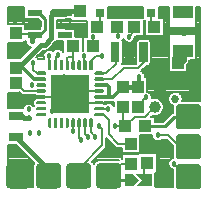
<source format=gtl>
G04 DipTrace Beta 2.3.5.2*
%INsubMicroLRSv2_0603.GTL*%
%MOIN*%
%ADD13C,0.008*%
%ADD14C,0.01*%
%ADD15C,0.005*%
%ADD16C,0.025*%
%ADD17C,0.012*%
%ADD18C,0.015*%
%ADD19C,0.007*%
%ADD22R,0.0394X0.0433*%
%ADD23R,0.0433X0.0394*%
%ADD24R,0.0315X0.0315*%
%ADD26R,0.0472X0.0315*%
%ADD29R,0.0472X0.0217*%
%ADD30R,0.0394X0.0413*%
%ADD31R,0.0413X0.0866*%
%ADD32R,0.071X0.041*%
%ADD33R,0.049X0.024*%
%ADD35C,0.0394*%
%ADD36C,0.018*%
%ADD37C,0.027*%
%ADD38C,0.03*%
%FSLAX44Y44*%
G04*
G70*
G90*
G75*
G01*
%LNTop*%
%LPD*%
X2917Y2287D2*
D13*
Y1963D1*
X3060Y1820D1*
X3193Y2759D2*
X3491D1*
X3500Y2750D1*
X4750Y3130D2*
X4441Y2821D1*
X4490D1*
X4730Y2170D2*
D14*
X5390D1*
X5690Y2470D1*
X5870D1*
X6150D1*
X6170Y2490D1*
X5870Y2380D2*
Y2470D1*
X3193Y3350D2*
D13*
X2327D1*
X2228Y3251D1*
X3193Y2956D2*
X2524D1*
X2228Y3251D1*
X1264Y3153D2*
X2130D1*
X2228Y3251D1*
X3810Y5960D2*
D15*
X4100D1*
X4340D1*
X410Y2950D2*
D13*
X613Y3153D1*
X880D1*
X1264D1*
X410Y5939D2*
D15*
X400Y5929D1*
Y5630D1*
X1040Y5586D2*
X727D1*
X410Y5902D1*
Y5939D1*
X4080Y5950D2*
Y5960D1*
X4100D1*
X6020Y5320D2*
D16*
X6010Y5330D1*
X5600D1*
X6030D2*
X6340D1*
X6391Y3681D2*
X6339Y3630D1*
X5810D1*
X5229Y3681D2*
X5281Y3630D1*
X5810D1*
X700Y4900D2*
D15*
X579Y4779D1*
X410D1*
X2560Y5331D2*
X2361Y5530D1*
X2220D1*
X880Y3000D2*
D13*
Y3153D1*
X1539Y4216D2*
X1525Y4230D1*
Y4525D1*
X1736Y4216D2*
X1750Y4230D1*
Y4500D1*
X1812Y4562D1*
X3193Y3744D2*
X3634D1*
X4003Y4113D1*
X4483D1*
X4760Y4390D1*
Y4632D1*
X4672D1*
X3193Y3940D2*
X3420D1*
X3740Y4260D1*
Y4620D1*
X3728Y4632D1*
X2970Y5130D2*
Y5080D1*
X2990Y5060D1*
Y4850D1*
X3188Y2182D2*
X3280Y2090D1*
Y1530D1*
X2510Y760D1*
Y520D1*
X6150Y5900D2*
D15*
X6080Y5970D1*
X5970D1*
Y4690D2*
D16*
Y4370D1*
X5880Y4280D1*
X5810D1*
X3780Y5480D2*
D13*
X3820D1*
Y5180D1*
X2700Y4500D2*
Y4236D1*
X2720Y4216D1*
X4360Y5470D2*
Y5330D1*
X4180Y5150D1*
X3290Y4520D2*
X3100D1*
X2900Y4320D1*
Y4199D1*
X2917Y4216D1*
X4931Y5960D2*
Y5470D1*
X5029D1*
X3219Y5960D2*
Y5589D1*
X3111Y5480D1*
X1264Y3350D2*
X679D1*
X410Y3619D1*
X4800Y940D2*
X4680Y820D1*
Y390D1*
X2130Y4216D2*
Y4442D1*
X2168Y4480D1*
X2312D1*
Y4230D1*
X2327Y4216D1*
X2321Y4850D2*
Y4488D1*
X2312Y4480D1*
X3193Y2563D2*
X3195Y2560D1*
X3340D1*
X3520Y2380D1*
Y1900D1*
X3831Y1589D1*
X4250D1*
Y920D2*
X3910D1*
X3510Y520D1*
X4286Y390D2*
D14*
X3510D1*
Y520D1*
X3980Y2821D2*
D13*
X4000D1*
Y2231D1*
X4061Y2170D1*
X2327Y2287D2*
Y2000D1*
X3720Y2170D2*
X4061D1*
X4381Y2490D1*
X4710D1*
X5030Y2810D1*
X5040D1*
X2524Y2287D2*
Y1776D1*
X2580Y1720D1*
X5690Y920D2*
X6120Y490D1*
X6170D1*
X5850Y480D2*
D15*
X5860Y490D1*
X6170D1*
X1264Y3940D2*
D13*
X1110D1*
X1000Y4050D1*
Y4290D1*
X6170Y1490D2*
X5880D1*
X5500Y1870D1*
X5140D1*
X2812Y1812D2*
X2720Y1905D1*
Y2287D1*
X5860Y1520D2*
D15*
X5890Y1490D1*
X6170D1*
X1264Y3744D2*
D17*
X1006D1*
X640Y4110D1*
X410D1*
X2560Y6000D2*
D18*
X2104D1*
X2064Y5960D1*
X3193Y3547D2*
D17*
X3453D1*
X3525Y3475D1*
Y3225D1*
X3453Y3153D1*
X3193D1*
X3453D2*
X3643D1*
X3980Y3491D1*
D18*
X4490D1*
X2064Y5960D2*
D16*
X1730D1*
X1688D1*
X410Y4110D2*
D18*
X480D1*
X1245Y4875D1*
X1375D1*
X1600Y5100D1*
Y5830D1*
X1730Y5960D1*
X4490Y3491D2*
D17*
X4530Y3531D1*
Y3820D1*
X420Y1811D2*
D18*
X1510Y721D1*
Y520D1*
X1500Y500D2*
X1510Y520D1*
X1040Y5960D2*
D14*
X1170D1*
X1380Y5750D1*
Y5380D1*
X1200Y5200D1*
X1052D1*
X1040Y5212D1*
X410Y5270D2*
D13*
Y5250D1*
X938D1*
X976Y5212D1*
X1040D1*
X420Y2520D2*
D18*
X610D1*
X700Y2430D1*
X850D1*
X937Y5000D2*
Y5109D1*
X1040Y5212D1*
D36*
X3500Y2750D3*
X4750Y3130D3*
X950Y3550D3*
X3500Y2750D3*
X1525Y4525D3*
X1190Y1930D3*
X2970Y5130D3*
X3820Y5180D3*
X2700Y4500D3*
X4180Y5150D3*
X3290Y4520D3*
X2327Y2000D3*
X2580Y1720D3*
X5690Y920D3*
X1000Y4290D3*
D3*
X2812Y1812D3*
D37*
X1688Y5960D3*
X5730Y3082D3*
D36*
X4530Y3820D3*
D3*
X937Y5000D3*
X400Y5630D3*
X5140Y1870D3*
X4080Y5950D3*
X840Y2730D3*
X3060Y1820D3*
X1500Y500D3*
X6020Y5320D3*
X5810Y3630D3*
X500Y500D3*
X700Y4900D3*
X2220Y5530D3*
X850Y2430D3*
X875Y1937D3*
D38*
X6150Y5900D3*
D36*
X1812Y4562D3*
X313Y687D3*
X5150Y1050D3*
X1910Y5530D3*
X3720Y2170D3*
X3188Y2182D3*
X5860Y1520D3*
X5870Y2380D3*
X5850Y480D3*
X1313Y688D3*
X1688D3*
X1313Y313D3*
X1688D3*
X2550Y3250D3*
X2020Y3800D3*
X5460Y5990D3*
X5480Y5620D3*
X5460Y5030D3*
X688Y687D3*
X313Y313D3*
X688D3*
X2500Y500D3*
X2313Y687D3*
X2688D3*
X2313Y313D3*
X2688D3*
X3500Y500D3*
X3313Y687D3*
X3688D3*
X3313Y313D3*
X3688D3*
X5180Y4680D3*
X5460D3*
X4450Y5090D3*
X5190Y5030D3*
X1850Y4820D3*
X5250Y4312D3*
X6438Y5125D3*
X1625Y2688D3*
X880Y3000D3*
X162Y6076D2*
D19*
X689D1*
X3492D2*
X4658D1*
X5203D2*
X5500D1*
X6440D2*
X6531D1*
X162Y6007D2*
X689D1*
X3492D2*
X4658D1*
X5203D2*
X5500D1*
X6440D2*
X6531D1*
X162Y5938D2*
X689D1*
X3492D2*
X4658D1*
X5203D2*
X5500D1*
X6440D2*
X6531D1*
X162Y5869D2*
X689D1*
X3492D2*
X4658D1*
X5203D2*
X5500D1*
X6440D2*
X6531D1*
X162Y5801D2*
X689D1*
X3492D2*
X4658D1*
X5203D2*
X5500D1*
X6440D2*
X6531D1*
X162Y5732D2*
X1168D1*
X2117D2*
X2249D1*
X5360D2*
X5500D1*
X6440D2*
X6531D1*
X162Y5663D2*
X1215D1*
X1790D2*
X2779D1*
X5360D2*
X5500D1*
X6440D2*
X6531D1*
X162Y5595D2*
X1215D1*
X1790D2*
X2779D1*
X5360D2*
X5529D1*
X6412D2*
X6531D1*
X721Y5526D2*
X1215D1*
X1790D2*
X2779D1*
X5360D2*
X5529D1*
X6412D2*
X6531D1*
X721Y5457D2*
X1215D1*
X1790D2*
X2779D1*
X5360D2*
X5529D1*
X6412D2*
X6531D1*
X2415Y5389D2*
X2779D1*
X5360D2*
X5529D1*
X6412D2*
X6531D1*
X2415Y5320D2*
X2779D1*
X5360D2*
X5529D1*
X6412D2*
X6531D1*
X2415Y5251D2*
X2779D1*
X5360D2*
X5529D1*
X6412D2*
X6531D1*
X2415Y5183D2*
X2772D1*
X5360D2*
X5529D1*
X6412D2*
X6531D1*
X4381Y5114D2*
X5529D1*
X6412D2*
X6531D1*
X4355Y5045D2*
X4454D1*
X4891D2*
X5529D1*
X6412D2*
X6531D1*
X1742Y4977D2*
X1989D1*
X3980D2*
X4078D1*
X4282D2*
X4421D1*
X4925D2*
X5500D1*
X6440D2*
X6531D1*
X162Y4908D2*
X756D1*
X1673D2*
X1989D1*
X3980D2*
X4420D1*
X4925D2*
X5500D1*
X6440D2*
X6531D1*
X162Y4839D2*
X816D1*
X1604D2*
X1989D1*
X3980D2*
X4420D1*
X4925D2*
X5500D1*
X6440D2*
X6531D1*
X162Y4770D2*
X875D1*
X1536D2*
X1989D1*
X3980D2*
X4420D1*
X4925D2*
X5500D1*
X6440D2*
X6531D1*
X162Y4702D2*
X807D1*
X1621D2*
X1666D1*
X3980D2*
X4420D1*
X4925D2*
X5500D1*
X6440D2*
X6531D1*
X162Y4633D2*
X738D1*
X1268D2*
X1353D1*
X3980D2*
X4420D1*
X4925D2*
X5500D1*
X6440D2*
X6531D1*
X162Y4564D2*
X669D1*
X1199D2*
X1324D1*
X3980D2*
X4420D1*
X4925D2*
X5498D1*
X6440D2*
X6531D1*
X162Y4496D2*
X600D1*
X1131D2*
X1322D1*
X3980D2*
X4420D1*
X4925D2*
X5498D1*
X6440D2*
X6531D1*
X1149Y4427D2*
X1346D1*
X3980D2*
X4420D1*
X4925D2*
X5498D1*
X6440D2*
X6531D1*
X3980Y4358D2*
X4420D1*
X4925D2*
X5498D1*
X6210D2*
X6531D1*
X3980Y4290D2*
X4421D1*
X4925D2*
X5498D1*
X6196D2*
X6531D1*
X4893Y4221D2*
X5498D1*
X6155D2*
X6531D1*
X4738Y4152D2*
X5498D1*
X6121D2*
X6531D1*
X4670Y4084D2*
X5498D1*
X6121D2*
X6531D1*
X4601Y4015D2*
X5498D1*
X6121D2*
X6531D1*
X4690Y3946D2*
X6531D1*
X4726Y3878D2*
X6531D1*
X4801Y3809D2*
X6531D1*
X4801Y3740D2*
X6531D1*
X4801Y3671D2*
X6531D1*
X4801Y3603D2*
X6531D1*
X4801Y3534D2*
X6531D1*
X4801Y3465D2*
X6531D1*
X4801Y3397D2*
X6531D1*
X4801Y3328D2*
X6531D1*
X162Y3259D2*
X554D1*
X4906D2*
X5557D1*
X5904D2*
X6531D1*
X162Y3191D2*
X1088D1*
X4946D2*
X5506D1*
X5954D2*
X6531D1*
X162Y3122D2*
X1088D1*
X4954D2*
X5484D1*
X5977D2*
X6531D1*
X162Y3053D2*
X1013D1*
X5230D2*
X5482D1*
X5978D2*
X6531D1*
X162Y2985D2*
X984D1*
X3362D2*
X3668D1*
X5297D2*
X5501D1*
X162Y2916D2*
X765D1*
X914D2*
X986D1*
X3614D2*
X3668D1*
X5333D2*
X5546D1*
X162Y2847D2*
X674D1*
X5349D2*
X5644D1*
X5350Y2779D2*
X5630D1*
X5335Y2710D2*
X5630D1*
X5300Y2641D2*
X5630D1*
X5238Y2572D2*
X5563D1*
X4940Y2504D2*
X5494D1*
X5061Y2435D2*
X5425D1*
X5061Y2366D2*
X5356D1*
X4562Y1817D2*
X4942D1*
X4562Y1748D2*
X4977D1*
X3435Y1680D2*
X3525D1*
X4562D2*
X5080D1*
X5199D2*
X5475D1*
X3435Y1611D2*
X3594D1*
X4562D2*
X5543D1*
X162Y1542D2*
X424D1*
X3435D2*
X3662D1*
X4562D2*
X5612D1*
X162Y1473D2*
X493D1*
X3423D2*
X3732D1*
X4562D2*
X5630D1*
X162Y1405D2*
X561D1*
X3371D2*
X3938D1*
X4562D2*
X5630D1*
X162Y1336D2*
X630D1*
X3302D2*
X3938D1*
X4562D2*
X5630D1*
X162Y1267D2*
X699D1*
X3233D2*
X3938D1*
X4562D2*
X5630D1*
X162Y1199D2*
X768D1*
X3165D2*
X3938D1*
X5112D2*
X5632D1*
X162Y1130D2*
X837D1*
X3096D2*
X3938D1*
X5112D2*
X5645D1*
X162Y1061D2*
X904D1*
X3027D2*
X3860D1*
X5112D2*
X5545D1*
X162Y993D2*
X973D1*
X2958D2*
X3063D1*
X5112D2*
X5499D1*
X162Y924D2*
X1005D1*
X5112D2*
X5485D1*
X162Y855D2*
X978D1*
X5112D2*
X5496D1*
X162Y787D2*
X970D1*
X5112D2*
X5537D1*
X162Y718D2*
X970D1*
X5112D2*
X5630D1*
X162Y649D2*
X970D1*
X5112D2*
X5630D1*
X162Y581D2*
X970D1*
X5068D2*
X5630D1*
X162Y512D2*
X970D1*
X5068D2*
X5630D1*
X162Y443D2*
X970D1*
X5068D2*
X5630D1*
X162Y374D2*
X970D1*
X5068D2*
X5630D1*
X162Y306D2*
X970D1*
X5068D2*
X5630D1*
X162Y237D2*
X971D1*
X5068D2*
X5630D1*
X162Y168D2*
X982D1*
X5067D2*
X5635D1*
X3945Y1067D2*
Y1244D1*
X4495Y1246D1*
Y1264D1*
X5105D1*
Y616D1*
X5058D1*
X5061Y595D1*
X5060Y178D1*
X5090Y155D1*
X5644Y156D1*
X5638Y193D1*
X5637Y250D1*
Y730D1*
X5617Y736D1*
X5586Y752D1*
X5558Y773D1*
X5534Y798D1*
X5515Y827D1*
X5502Y860D1*
X5494Y894D1*
X5492Y929D1*
X5497Y963D1*
X5508Y997D1*
X5524Y1027D1*
X5545Y1055D1*
X5571Y1078D1*
X5601Y1097D1*
X5634Y1110D1*
X5657Y1115D1*
X5645Y1151D1*
X5639Y1182D1*
X5637Y1220D1*
Y1525D1*
X5439Y1722D1*
X5271D1*
X5236Y1697D1*
X5205Y1683D1*
X5171Y1675D1*
X5136Y1672D1*
X5101Y1676D1*
X5067Y1686D1*
X5036Y1702D1*
X5008Y1723D1*
X4984Y1748D1*
X4965Y1777D1*
X4952Y1810D1*
X4944Y1844D1*
X4943Y1864D1*
X4669Y1865D1*
X4554D1*
X4555Y1265D1*
X3945D1*
Y1441D1*
X3831D1*
X3796Y1446D1*
X3763Y1458D1*
X3726Y1485D1*
X3428Y1783D1*
Y1530D1*
X3424Y1495D1*
X3412Y1463D1*
X3385Y1425D1*
X2951Y992D1*
X2980Y964D1*
X3002Y933D1*
X3010Y921D1*
X3030Y951D1*
X3055Y979D1*
X3079Y1000D1*
X3110Y1021D1*
X3145Y1036D1*
X3176Y1046D1*
X3213Y1052D1*
X3270Y1053D1*
X3806Y1052D1*
X3836Y1048D1*
X3818Y1051D1*
X4903Y2475D2*
X5054D1*
Y2327D1*
X5324Y2328D1*
X5578Y2582D1*
X5606Y2603D1*
X5638Y2619D1*
X5637Y2766D1*
X5639Y2798D1*
X5647Y2834D1*
X5653Y2853D1*
X5625Y2864D1*
X5595Y2881D1*
X5567Y2902D1*
X5543Y2928D1*
X5523Y2956D1*
X5507Y2987D1*
X5495Y3020D1*
X5489Y3055D1*
X5487Y3090D1*
X5491Y3125D1*
X5499Y3158D1*
X5513Y3191D1*
X5530Y3221D1*
X5552Y3248D1*
X5578Y3272D1*
X5607Y3292D1*
X5638Y3307D1*
X5671Y3318D1*
X5706Y3324D1*
X5741Y3325D1*
X5776Y3321D1*
X5809Y3312D1*
X5841Y3298D1*
X5871Y3280D1*
X5898Y3258D1*
X5922Y3232D1*
X5941Y3203D1*
X5956Y3171D1*
X5966Y3138D1*
X5973Y3082D1*
X5970Y3048D1*
X5965Y3023D1*
X6461Y3022D1*
X6493Y3018D1*
X6529Y3009D1*
X6538Y3005D1*
Y6144D1*
X6433Y6143D1*
Y5657D1*
X6405D1*
Y5025D1*
Y5002D1*
X6433Y5003D1*
Y4377D1*
X6202D1*
X6200Y4335D1*
X6192Y4301D1*
X6180Y4269D1*
X6162Y4238D1*
X6135Y4205D1*
X6115Y4186D1*
Y3966D1*
X5505D1*
X5506Y4594D1*
X5507Y5003D1*
X5535D1*
Y5635D1*
Y5658D1*
X5507Y5657D1*
Y6144D1*
X5196D1*
Y5774D1*
X5354Y5775D1*
Y5165D1*
X4705D1*
Y5696D1*
X4684Y5670D1*
Y5165D1*
X4403D1*
X4377Y5138D1*
X4375Y5115D1*
X4366Y5081D1*
X4351Y5050D1*
X4330Y5021D1*
X4305Y4997D1*
X4276Y4977D1*
X4245Y4963D1*
X4211Y4955D1*
X4176Y4952D1*
X4141Y4956D1*
X4107Y4966D1*
X4076Y4982D1*
X4048Y5003D1*
X4024Y5028D1*
X4005Y5057D1*
X3994Y5085D1*
X3970Y5051D1*
X3951Y5032D1*
X3969Y4995D1*
X3973Y4967D1*
Y4298D1*
X3965Y4257D1*
X4003Y4260D1*
X4422D1*
X4431Y4270D1*
X4427Y4298D1*
Y4967D1*
X4432Y5001D1*
X4449Y5032D1*
X4474Y5056D1*
X4511Y5072D1*
X4570Y5075D1*
X4810D1*
X4845Y5069D1*
X4875Y5053D1*
X4899Y5028D1*
X4915Y4991D1*
X4918Y4932D1*
Y4298D1*
X4912Y4263D1*
X4896Y4233D1*
X4871Y4209D1*
X4834Y4193D1*
X4775Y4190D1*
X4770D1*
X4588Y4009D1*
X4610Y4001D1*
X4641Y3984D1*
X4668Y3962D1*
X4691Y3935D1*
X4709Y3905D1*
X4721Y3872D1*
X4728Y3820D1*
X4727Y3815D1*
X4795D1*
Y3322D1*
X4830Y3311D1*
X4861Y3294D1*
X4888Y3272D1*
X4911Y3245D1*
X4929Y3215D1*
X4941Y3182D1*
X4948Y3130D1*
X4945Y3098D1*
X4970Y3106D1*
X5004Y3113D1*
X5039Y3115D1*
X5074Y3113D1*
X5109Y3107D1*
X5142Y3097D1*
X5175Y3083D1*
X5205Y3066D1*
X5233Y3045D1*
X5259Y3022D1*
X5282Y2995D1*
X5301Y2966D1*
X5318Y2935D1*
X5330Y2903D1*
X5339Y2869D1*
X5345Y2810D1*
X5343Y2775D1*
X5337Y2741D1*
X5327Y2707D1*
X5313Y2675D1*
X5296Y2644D1*
X5275Y2616D1*
X5251Y2591D1*
X5225Y2568D1*
X5196Y2548D1*
X5165Y2532D1*
X5132Y2520D1*
X5098Y2511D1*
X5064Y2506D1*
X5029D1*
X4994Y2509D1*
X4948Y2520D1*
X4903Y2474D1*
X155Y4434D2*
X546D1*
X915Y4803D1*
X865Y4816D1*
X834Y4832D1*
X806Y4853D1*
X782Y4878D1*
X763Y4907D1*
X749Y4940D1*
X741Y4974D1*
X740Y4997D1*
X714Y4996D1*
X715Y4946D1*
X156D1*
X155Y4499D1*
Y4435D1*
X525Y3295D2*
X156D1*
X155Y2924D1*
Y2785D1*
X650D1*
X658Y2807D1*
X674Y2837D1*
X695Y2865D1*
X721Y2888D1*
X751Y2907D1*
X784Y2920D1*
X818Y2927D1*
X853D1*
X887Y2922D1*
X920Y2911D1*
X951Y2894D1*
X978Y2872D1*
X1001Y2845D1*
X1008Y2835D1*
X1017Y2851D1*
X1019Y2861D1*
X1001Y2896D1*
X991Y2930D1*
X990Y2969D1*
X996Y3004D1*
X1012Y3040D1*
X1032Y3068D1*
X1063Y3094D1*
X1093Y3111D1*
X1085Y3107D1*
X1095Y3125D1*
Y3194D1*
X1081Y3201D1*
X949Y3202D1*
X679D1*
X645Y3206D1*
X612Y3218D1*
X575Y3245D1*
X525Y3296D1*
X155Y5594D2*
X715D1*
Y5427D1*
X871Y5428D1*
X1205D1*
X1222Y5445D1*
Y5685D1*
X1162Y5744D1*
X696D1*
Y6145D1*
X623Y6144D1*
X155D1*
Y5594D1*
X2787Y5676D2*
X2255D1*
Y5745D1*
X2151Y5744D1*
X2095Y5729D1*
X2029Y5727D1*
X1783D1*
Y5429D1*
X2350Y5428D1*
X2408D1*
Y5154D1*
X2486Y5155D1*
X2645D1*
Y4690D1*
X2666Y4720D1*
Y5155D1*
X2774D1*
X2787Y5203D1*
X2786Y5675D1*
X3485Y6145D2*
Y5784D1*
X4104Y5785D1*
X4106Y5775D1*
X4665D1*
Y6144D1*
X3485D1*
X426Y1546D2*
X155D1*
Y155D1*
X994D1*
X984Y186D1*
X978Y223D1*
X977Y280D1*
X978Y816D1*
X984Y853D1*
X995Y890D1*
X1009Y919D1*
X1022Y939D1*
X1026Y946D1*
X427Y1546D1*
X1998Y4996D2*
X1750D1*
X1729Y4971D1*
X1504Y4746D1*
X1477Y4724D1*
X1447Y4707D1*
X1413Y4696D1*
X1375Y4692D1*
X1321D1*
X1094Y4465D1*
X1138Y4432D1*
X1161Y4404D1*
X1305Y4405D1*
X1367D1*
X1350Y4432D1*
X1337Y4465D1*
X1329Y4499D1*
X1327Y4534D1*
X1332Y4568D1*
X1343Y4602D1*
X1359Y4632D1*
X1380Y4660D1*
X1406Y4683D1*
X1436Y4702D1*
X1469Y4715D1*
X1503Y4722D1*
X1538D1*
X1572Y4717D1*
X1605Y4706D1*
X1636Y4689D1*
X1650Y4677D1*
X1668Y4697D1*
X1694Y4721D1*
X1724Y4739D1*
X1756Y4752D1*
X1790Y4759D1*
X1825Y4760D1*
X1860Y4755D1*
X1893Y4743D1*
X1924Y4726D1*
X1951Y4704D1*
X1973Y4678D1*
X1991Y4647D1*
X1997Y4632D1*
X1996Y4997D1*
X3381Y2908D2*
X3411Y2927D1*
X3444Y2940D1*
X3478Y2947D1*
X3513D1*
X3547Y2942D1*
X3580Y2931D1*
X3611Y2914D1*
X3638Y2892D1*
X3661Y2865D1*
X3675Y2841D1*
Y2988D1*
X3608Y2985D1*
X3356D1*
X3355Y2916D1*
X3376Y2908D1*
X3381D1*
X3411Y2927D1*
X3444Y2940D1*
X3478Y2947D1*
X3513D1*
X3547Y2942D1*
X3580Y2931D1*
X3611Y2914D1*
X3638Y2892D1*
X3661Y2865D1*
X3676Y2840D1*
X4587Y4009D2*
X4610Y4001D1*
X4641Y3984D1*
X4668Y3962D1*
X4691Y3935D1*
X4709Y3905D1*
X4721Y3872D1*
X4728Y3820D1*
X4727Y3815D1*
G36*
X5895Y2915D2*
X6445D1*
X6461Y2914D1*
X6476Y2912D1*
X6491Y2908D1*
X6506Y2902D1*
X6520Y2895D1*
X6533Y2886D1*
X6545Y2876D1*
X6556Y2865D1*
X6566Y2853D1*
X6575Y2840D1*
X6582Y2826D1*
X6588Y2811D1*
X6592Y2796D1*
X6594Y2781D1*
X6595Y2765D1*
Y2215D1*
X6594Y2199D1*
X6592Y2184D1*
X6588Y2169D1*
X6582Y2154D1*
X6575Y2140D1*
X6566Y2127D1*
X6556Y2115D1*
X6545Y2104D1*
X6533Y2094D1*
X6520Y2085D1*
X6506Y2078D1*
X6491Y2072D1*
X6476Y2068D1*
X6461Y2066D1*
X6445Y2065D1*
X5895D1*
X5879Y2066D1*
X5864Y2068D1*
X5849Y2072D1*
X5834Y2078D1*
X5820Y2085D1*
X5807Y2094D1*
X5795Y2104D1*
X5784Y2115D1*
X5774Y2127D1*
X5765Y2140D1*
X5758Y2154D1*
X5752Y2169D1*
X5748Y2184D1*
X5746Y2199D1*
X5745Y2215D1*
Y2765D1*
X5746Y2781D1*
X5748Y2796D1*
X5752Y2811D1*
X5758Y2826D1*
X5765Y2840D1*
X5774Y2853D1*
X5784Y2865D1*
X5795Y2876D1*
X5807Y2886D1*
X5820Y2895D1*
X5834Y2902D1*
X5849Y2908D1*
X5864Y2912D1*
X5879Y2914D1*
X5895Y2915D1*
G37*
G36*
X5745Y1215D2*
Y1765D1*
X5746Y1781D1*
X5748Y1796D1*
X5752Y1811D1*
X5758Y1826D1*
X5765Y1840D1*
X5774Y1853D1*
X5784Y1865D1*
X5795Y1876D1*
X5807Y1886D1*
X5820Y1895D1*
X5834Y1902D1*
X5849Y1908D1*
X5864Y1912D1*
X5879Y1914D1*
X5895Y1915D1*
X6445D1*
X6461Y1914D1*
X6476Y1912D1*
X6491Y1908D1*
X6506Y1902D1*
X6520Y1895D1*
X6533Y1886D1*
X6545Y1876D1*
X6556Y1865D1*
X6566Y1853D1*
X6575Y1840D1*
X6582Y1826D1*
X6588Y1811D1*
X6592Y1796D1*
X6594Y1781D1*
X6595Y1765D1*
Y1215D1*
X6594Y1199D1*
X6592Y1184D1*
X6588Y1169D1*
X6582Y1154D1*
X6575Y1140D1*
X6566Y1127D1*
X6556Y1115D1*
X6545Y1104D1*
X6533Y1094D1*
X6520Y1085D1*
X6506Y1078D1*
X6491Y1072D1*
X6476Y1068D1*
X6461Y1066D1*
X6445Y1065D1*
X5895D1*
X5879Y1066D1*
X5864Y1068D1*
X5849Y1072D1*
X5834Y1078D1*
X5820Y1085D1*
X5807Y1094D1*
X5795Y1104D1*
X5784Y1115D1*
X5774Y1127D1*
X5765Y1140D1*
X5758Y1154D1*
X5752Y1169D1*
X5748Y1184D1*
X5746Y1199D1*
X5745Y1215D1*
G37*
G36*
X6445Y915D2*
X5895D1*
X5879Y914D1*
X5864Y912D1*
X5849Y908D1*
X5834Y902D1*
X5820Y895D1*
X5807Y886D1*
X5795Y876D1*
X5784Y865D1*
X5774Y853D1*
X5765Y840D1*
X5758Y826D1*
X5752Y811D1*
X5748Y796D1*
X5746Y781D1*
X5745Y765D1*
Y215D1*
X5746Y199D1*
X5748Y184D1*
X5752Y169D1*
X5758Y154D1*
X5765Y140D1*
X5774Y127D1*
X5784Y115D1*
X5795Y104D1*
X5807Y94D1*
X5820Y85D1*
X5834Y78D1*
X5849Y72D1*
X5864Y68D1*
X5879Y66D1*
X5895Y65D1*
X6445D1*
X6461Y66D1*
X6476Y68D1*
X6491Y72D1*
X6506Y78D1*
X6520Y85D1*
X6533Y94D1*
X6545Y104D1*
X6556Y115D1*
X6566Y127D1*
X6575Y140D1*
X6582Y154D1*
X6588Y169D1*
X6592Y184D1*
X6594Y199D1*
X6595Y215D1*
Y765D1*
X6594Y781D1*
X6592Y796D1*
X6588Y811D1*
X6582Y826D1*
X6575Y840D1*
X6566Y853D1*
X6556Y865D1*
X6545Y876D1*
X6533Y886D1*
X6520Y895D1*
X6506Y902D1*
X6491Y908D1*
X6476Y912D1*
X6461Y914D1*
X6445Y915D1*
G37*
G36*
X85Y245D2*
Y795D1*
X86Y811D1*
X88Y826D1*
X92Y841D1*
X98Y856D1*
X105Y870D1*
X114Y883D1*
X124Y895D1*
X135Y906D1*
X147Y916D1*
X160Y925D1*
X174Y932D1*
X189Y938D1*
X204Y942D1*
X219Y944D1*
X235Y945D1*
X785D1*
X801Y944D1*
X816Y942D1*
X831Y938D1*
X846Y932D1*
X860Y925D1*
X873Y916D1*
X885Y906D1*
X896Y895D1*
X906Y883D1*
X915Y870D1*
X922Y856D1*
X928Y841D1*
X932Y826D1*
X934Y811D1*
X935Y795D1*
Y245D1*
X934Y229D1*
X932Y214D1*
X928Y199D1*
X922Y184D1*
X915Y170D1*
X906Y157D1*
X896Y145D1*
X885Y134D1*
X873Y124D1*
X860Y115D1*
X846Y108D1*
X831Y102D1*
X816Y98D1*
X801Y96D1*
X785Y95D1*
X235D1*
X219Y96D1*
X204Y98D1*
X189Y102D1*
X174Y108D1*
X160Y115D1*
X147Y124D1*
X135Y134D1*
X124Y145D1*
X114Y157D1*
X105Y170D1*
X98Y184D1*
X92Y199D1*
X88Y214D1*
X86Y229D1*
X85Y245D1*
G37*
G36*
X1785Y95D2*
X1235D1*
X1219Y96D1*
X1204Y98D1*
X1189Y102D1*
X1174Y108D1*
X1160Y115D1*
X1147Y124D1*
X1135Y134D1*
X1124Y145D1*
X1114Y157D1*
X1105Y170D1*
X1098Y184D1*
X1092Y199D1*
X1088Y214D1*
X1086Y229D1*
X1085Y245D1*
Y795D1*
X1086Y811D1*
X1088Y826D1*
X1092Y841D1*
X1098Y856D1*
X1105Y870D1*
X1114Y883D1*
X1124Y895D1*
X1135Y906D1*
X1147Y916D1*
X1160Y925D1*
X1174Y932D1*
X1189Y938D1*
X1204Y942D1*
X1219Y944D1*
X1235Y945D1*
X1785D1*
X1801Y944D1*
X1816Y942D1*
X1831Y938D1*
X1846Y932D1*
X1860Y925D1*
X1873Y916D1*
X1885Y906D1*
X1896Y895D1*
X1906Y883D1*
X1915Y870D1*
X1922Y856D1*
X1928Y841D1*
X1932Y826D1*
X1934Y811D1*
X1935Y795D1*
Y245D1*
X1934Y229D1*
X1932Y214D1*
X1928Y199D1*
X1922Y184D1*
X1915Y170D1*
X1906Y157D1*
X1896Y145D1*
X1885Y134D1*
X1873Y124D1*
X1860Y115D1*
X1846Y108D1*
X1831Y102D1*
X1816Y98D1*
X1801Y96D1*
X1785Y95D1*
G37*
G36*
X2085Y795D2*
Y245D1*
X2086Y229D1*
X2088Y214D1*
X2092Y199D1*
X2098Y184D1*
X2105Y170D1*
X2114Y157D1*
X2124Y145D1*
X2135Y134D1*
X2147Y124D1*
X2160Y115D1*
X2174Y108D1*
X2189Y102D1*
X2204Y98D1*
X2219Y96D1*
X2235Y95D1*
X2785D1*
X2801Y96D1*
X2816Y98D1*
X2831Y102D1*
X2846Y108D1*
X2860Y115D1*
X2873Y124D1*
X2885Y134D1*
X2896Y145D1*
X2906Y157D1*
X2915Y170D1*
X2922Y184D1*
X2928Y199D1*
X2932Y214D1*
X2934Y229D1*
X2935Y245D1*
Y795D1*
X2934Y811D1*
X2932Y826D1*
X2928Y841D1*
X2922Y856D1*
X2915Y870D1*
X2906Y883D1*
X2896Y895D1*
X2885Y906D1*
X2873Y916D1*
X2860Y925D1*
X2846Y932D1*
X2831Y938D1*
X2816Y942D1*
X2801Y944D1*
X2785Y945D1*
X2235D1*
X2219Y944D1*
X2204Y942D1*
X2189Y938D1*
X2174Y932D1*
X2160Y925D1*
X2147Y916D1*
X2135Y906D1*
X2124Y895D1*
X2114Y883D1*
X2105Y870D1*
X2098Y856D1*
X2092Y841D1*
X2088Y826D1*
X2086Y811D1*
X2085Y795D1*
G37*
G36*
X3235Y95D2*
X3785D1*
X3801Y96D1*
X3816Y98D1*
X3831Y102D1*
X3846Y108D1*
X3860Y115D1*
X3873Y124D1*
X3885Y134D1*
X3896Y145D1*
X3906Y157D1*
X3915Y170D1*
X3922Y184D1*
X3928Y199D1*
X3932Y214D1*
X3934Y229D1*
X3935Y245D1*
Y795D1*
X3934Y811D1*
X3932Y826D1*
X3928Y841D1*
X3922Y856D1*
X3915Y870D1*
X3906Y883D1*
X3896Y895D1*
X3885Y906D1*
X3873Y916D1*
X3860Y925D1*
X3846Y932D1*
X3831Y938D1*
X3816Y942D1*
X3801Y944D1*
X3785Y945D1*
X3235D1*
X3219Y944D1*
X3204Y942D1*
X3189Y938D1*
X3174Y932D1*
X3160Y925D1*
X3147Y916D1*
X3135Y906D1*
X3124Y895D1*
X3114Y883D1*
X3105Y870D1*
X3098Y856D1*
X3092Y841D1*
X3088Y826D1*
X3086Y811D1*
X3085Y795D1*
Y245D1*
X3086Y229D1*
X3088Y214D1*
X3092Y199D1*
X3098Y184D1*
X3105Y170D1*
X3114Y157D1*
X3124Y145D1*
X3135Y134D1*
X3147Y124D1*
X3160Y115D1*
X3174Y108D1*
X3189Y102D1*
X3204Y98D1*
X3219Y96D1*
X3235Y95D1*
G37*
D22*
X4800Y940D3*
Y1609D3*
D23*
X4730Y2170D3*
X4061D3*
D22*
X410Y4110D3*
Y4779D3*
Y2950D3*
Y3619D3*
Y5270D3*
Y5939D3*
X2560Y6000D3*
Y5331D3*
G36*
X4611Y390D2*
X4407Y185D1*
X4953D1*
Y595D1*
X4407D1*
X4611Y390D1*
G37*
G36*
X4048Y595D2*
X4321D1*
X4525Y390D1*
X4321Y185D1*
X4048D1*
Y595D1*
G37*
D24*
X3810Y5960D3*
X3219D3*
X4340D3*
X4931D3*
D26*
X420Y2520D3*
Y1811D3*
D29*
X1040Y5960D3*
Y5586D3*
Y5212D3*
X2064D3*
Y5960D3*
D22*
X3980Y2821D3*
Y3491D3*
D23*
X2990Y4850D3*
X2321D3*
D22*
X4250Y920D3*
Y1589D3*
D23*
X4360Y5470D3*
X5029D3*
X3780Y5480D3*
X3111D3*
D22*
X4490Y2821D3*
Y3491D3*
D30*
X5810Y4280D3*
D31*
X5229Y3681D3*
X6391D3*
D32*
X5970Y4690D3*
Y5970D3*
D33*
X5600Y5330D3*
X6340D3*
G36*
X3301Y2503D2*
X3327Y2509D1*
X3347Y2526D1*
X3359Y2549D1*
Y2576D1*
X3347Y2599D1*
X3327Y2616D1*
X3301Y2622D1*
X3085D1*
X3059Y2616D1*
X3038Y2599D1*
X3027Y2576D1*
Y2549D1*
X3038Y2526D1*
X3059Y2509D1*
X3085Y2503D1*
X3301D1*
G37*
G36*
Y2700D2*
X3327Y2706D1*
X3347Y2723D1*
X3359Y2746D1*
Y2772D1*
X3347Y2796D1*
X3327Y2813D1*
X3301Y2818D1*
X3085D1*
X3059Y2813D1*
X3038Y2796D1*
X3027Y2772D1*
Y2746D1*
X3038Y2723D1*
X3059Y2706D1*
X3085Y2700D1*
X3301D1*
G37*
G36*
Y2897D2*
X3327Y2903D1*
X3347Y2919D1*
X3359Y2943D1*
Y2969D1*
X3347Y2993D1*
X3327Y3009D1*
X3301Y3015D1*
X3085D1*
X3059Y3009D1*
X3038Y2993D1*
X3027Y2969D1*
Y2943D1*
X3038Y2919D1*
X3059Y2903D1*
X3085Y2897D1*
X3301D1*
G37*
G36*
Y3094D2*
X3327Y3100D1*
X3347Y3116D1*
X3359Y3140D1*
Y3166D1*
X3347Y3190D1*
X3327Y3206D1*
X3301Y3212D1*
X3085D1*
X3059Y3206D1*
X3038Y3190D1*
X3027Y3166D1*
Y3140D1*
X3038Y3116D1*
X3059Y3100D1*
X3085Y3094D1*
X3301D1*
G37*
G36*
Y3291D2*
X3327Y3297D1*
X3347Y3313D1*
X3359Y3337D1*
Y3363D1*
X3347Y3387D1*
X3327Y3403D1*
X3301Y3409D1*
X3085D1*
X3059Y3403D1*
X3038Y3387D1*
X3027Y3363D1*
Y3337D1*
X3038Y3313D1*
X3059Y3297D1*
X3085Y3291D1*
X3301D1*
G37*
G36*
Y3488D2*
X3327Y3494D1*
X3347Y3510D1*
X3359Y3534D1*
Y3560D1*
X3347Y3584D1*
X3327Y3600D1*
X3301Y3606D1*
X3085D1*
X3059Y3600D1*
X3038Y3584D1*
X3027Y3560D1*
Y3534D1*
X3038Y3510D1*
X3059Y3494D1*
X3085Y3488D1*
X3301D1*
G37*
G36*
Y3685D2*
X3327Y3690D1*
X3347Y3707D1*
X3359Y3730D1*
Y3757D1*
X3347Y3780D1*
X3327Y3797D1*
X3301Y3803D1*
X3085D1*
X3059Y3797D1*
X3038Y3780D1*
X3027Y3757D1*
Y3730D1*
X3038Y3707D1*
X3059Y3690D1*
X3085Y3685D1*
X3301D1*
G37*
G36*
Y3881D2*
X3327Y3887D1*
X3347Y3904D1*
X3359Y3927D1*
Y3954D1*
X3347Y3977D1*
X3327Y3994D1*
X3301Y4000D1*
X3085D1*
X3059Y3994D1*
X3038Y3977D1*
X3027Y3954D1*
Y3927D1*
X3038Y3904D1*
X3059Y3887D1*
X3085Y3881D1*
X3301D1*
G37*
G36*
X2976Y4324D2*
X2970Y4350D1*
X2954Y4370D1*
X2930Y4382D1*
X2904D1*
X2880Y4370D1*
X2864Y4350D1*
X2858Y4324D1*
Y4108D1*
X2864Y4082D1*
X2880Y4062D1*
X2904Y4050D1*
X2930D1*
X2954Y4062D1*
X2970Y4082D1*
X2976Y4108D1*
Y4324D1*
G37*
G36*
X2779D2*
X2774Y4350D1*
X2757Y4370D1*
X2734Y4382D1*
X2707D1*
X2684Y4370D1*
X2667Y4350D1*
X2661Y4324D1*
Y4108D1*
X2667Y4082D1*
X2684Y4062D1*
X2707Y4050D1*
X2734D1*
X2757Y4062D1*
X2774Y4082D1*
X2779Y4108D1*
Y4324D1*
G37*
G36*
X2583D2*
X2577Y4350D1*
X2560Y4370D1*
X2537Y4382D1*
X2510D1*
X2487Y4370D1*
X2470Y4350D1*
X2464Y4324D1*
Y4108D1*
X2470Y4082D1*
X2487Y4062D1*
X2510Y4050D1*
X2537D1*
X2560Y4062D1*
X2577Y4082D1*
X2583Y4108D1*
Y4324D1*
G37*
G36*
X2386D2*
X2380Y4350D1*
X2364Y4370D1*
X2340Y4382D1*
X2314D1*
X2290Y4370D1*
X2273Y4350D1*
X2268Y4324D1*
Y4108D1*
X2273Y4082D1*
X2290Y4062D1*
X2314Y4050D1*
X2340D1*
X2364Y4062D1*
X2380Y4082D1*
X2386Y4108D1*
Y4324D1*
G37*
G36*
X2189D2*
X2183Y4350D1*
X2167Y4370D1*
X2143Y4382D1*
X2117D1*
X2093Y4370D1*
X2077Y4350D1*
X2071Y4324D1*
Y4108D1*
X2077Y4082D1*
X2093Y4062D1*
X2117Y4050D1*
X2143D1*
X2167Y4062D1*
X2183Y4082D1*
X2189Y4108D1*
Y4324D1*
G37*
G36*
X1992D2*
X1986Y4350D1*
X1970Y4370D1*
X1946Y4382D1*
X1920D1*
X1896Y4370D1*
X1880Y4350D1*
X1874Y4324D1*
Y4108D1*
X1880Y4082D1*
X1896Y4062D1*
X1920Y4050D1*
X1946D1*
X1970Y4062D1*
X1986Y4082D1*
X1992Y4108D1*
Y4324D1*
G37*
G36*
X1795D2*
X1789Y4350D1*
X1773Y4370D1*
X1749Y4382D1*
X1723D1*
X1699Y4370D1*
X1683Y4350D1*
X1677Y4324D1*
Y4108D1*
X1683Y4082D1*
X1699Y4062D1*
X1723Y4050D1*
X1749D1*
X1773Y4062D1*
X1789Y4082D1*
X1795Y4108D1*
Y4324D1*
G37*
G36*
X1598D2*
X1592Y4350D1*
X1576Y4370D1*
X1552Y4382D1*
X1526D1*
X1502Y4370D1*
X1486Y4350D1*
X1480Y4324D1*
Y4108D1*
X1486Y4082D1*
X1502Y4062D1*
X1526Y4050D1*
X1552D1*
X1576Y4062D1*
X1592Y4082D1*
X1598Y4108D1*
Y4324D1*
G37*
G36*
X1372Y3881D2*
X1398Y3887D1*
X1418Y3904D1*
X1430Y3927D1*
Y3954D1*
X1418Y3977D1*
X1398Y3994D1*
X1372Y4000D1*
X1155D1*
X1130Y3994D1*
X1109Y3977D1*
X1098Y3954D1*
Y3927D1*
X1109Y3904D1*
X1130Y3887D1*
X1155Y3881D1*
X1372D1*
G37*
G36*
Y3685D2*
X1398Y3690D1*
X1418Y3707D1*
X1430Y3730D1*
Y3757D1*
X1418Y3780D1*
X1398Y3797D1*
X1372Y3803D1*
X1155D1*
X1130Y3797D1*
X1109Y3780D1*
X1098Y3757D1*
Y3730D1*
X1109Y3707D1*
X1130Y3690D1*
X1155Y3685D1*
X1372D1*
G37*
G36*
Y3488D2*
X1398Y3494D1*
X1418Y3510D1*
X1430Y3534D1*
Y3560D1*
X1418Y3584D1*
X1398Y3600D1*
X1372Y3606D1*
X1155D1*
X1130Y3600D1*
X1109Y3584D1*
X1098Y3560D1*
Y3534D1*
X1109Y3510D1*
X1130Y3494D1*
X1155Y3488D1*
X1372D1*
G37*
G36*
Y3291D2*
X1398Y3297D1*
X1418Y3313D1*
X1430Y3337D1*
Y3363D1*
X1418Y3387D1*
X1398Y3403D1*
X1372Y3409D1*
X1155D1*
X1130Y3403D1*
X1109Y3387D1*
X1098Y3363D1*
Y3337D1*
X1109Y3313D1*
X1130Y3297D1*
X1155Y3291D1*
X1372D1*
G37*
G36*
Y3094D2*
X1398Y3100D1*
X1418Y3116D1*
X1430Y3140D1*
Y3166D1*
X1418Y3190D1*
X1398Y3206D1*
X1372Y3212D1*
X1155D1*
X1130Y3206D1*
X1109Y3190D1*
X1098Y3166D1*
Y3140D1*
X1109Y3116D1*
X1130Y3100D1*
X1155Y3094D1*
X1372D1*
G37*
G36*
Y2897D2*
X1398Y2903D1*
X1418Y2919D1*
X1430Y2943D1*
Y2969D1*
X1418Y2993D1*
X1398Y3009D1*
X1372Y3015D1*
X1155D1*
X1130Y3009D1*
X1109Y2993D1*
X1098Y2969D1*
Y2943D1*
X1109Y2919D1*
X1130Y2903D1*
X1155Y2897D1*
X1372D1*
G37*
G36*
Y2700D2*
X1398Y2706D1*
X1418Y2723D1*
X1430Y2746D1*
Y2772D1*
X1418Y2796D1*
X1398Y2813D1*
X1372Y2818D1*
X1155D1*
X1130Y2813D1*
X1109Y2796D1*
X1098Y2772D1*
Y2746D1*
X1109Y2723D1*
X1130Y2706D1*
X1155Y2700D1*
X1372D1*
G37*
G36*
Y2503D2*
X1398Y2509D1*
X1418Y2526D1*
X1430Y2549D1*
Y2576D1*
X1418Y2599D1*
X1398Y2616D1*
X1372Y2622D1*
X1155D1*
X1130Y2616D1*
X1109Y2599D1*
X1098Y2576D1*
Y2549D1*
X1109Y2526D1*
X1130Y2509D1*
X1155Y2503D1*
X1372D1*
G37*
G36*
X1598Y2395D2*
X1592Y2421D1*
X1576Y2441D1*
X1552Y2453D1*
X1526D1*
X1502Y2441D1*
X1486Y2421D1*
X1480Y2395D1*
Y2179D1*
X1486Y2153D1*
X1502Y2132D1*
X1526Y2121D1*
X1552D1*
X1576Y2132D1*
X1592Y2153D1*
X1598Y2179D1*
Y2395D1*
G37*
G36*
X1795D2*
X1789Y2421D1*
X1773Y2441D1*
X1749Y2453D1*
X1723D1*
X1699Y2441D1*
X1683Y2421D1*
X1677Y2395D1*
Y2179D1*
X1683Y2153D1*
X1699Y2132D1*
X1723Y2121D1*
X1749D1*
X1773Y2132D1*
X1789Y2153D1*
X1795Y2179D1*
Y2395D1*
G37*
G36*
X1992D2*
X1986Y2421D1*
X1970Y2441D1*
X1946Y2453D1*
X1920D1*
X1896Y2441D1*
X1880Y2421D1*
X1874Y2395D1*
Y2179D1*
X1880Y2153D1*
X1896Y2132D1*
X1920Y2121D1*
X1946D1*
X1970Y2132D1*
X1986Y2153D1*
X1992Y2179D1*
Y2395D1*
G37*
G36*
X2189D2*
X2183Y2421D1*
X2167Y2441D1*
X2143Y2453D1*
X2117D1*
X2093Y2441D1*
X2077Y2421D1*
X2071Y2395D1*
Y2179D1*
X2077Y2153D1*
X2093Y2132D1*
X2117Y2121D1*
X2143D1*
X2167Y2132D1*
X2183Y2153D1*
X2189Y2179D1*
Y2395D1*
G37*
G36*
X2386D2*
X2380Y2421D1*
X2364Y2441D1*
X2340Y2453D1*
X2314D1*
X2290Y2441D1*
X2273Y2421D1*
X2268Y2395D1*
Y2179D1*
X2273Y2153D1*
X2290Y2132D1*
X2314Y2121D1*
X2340D1*
X2364Y2132D1*
X2380Y2153D1*
X2386Y2179D1*
Y2395D1*
G37*
G36*
X2583D2*
X2577Y2421D1*
X2560Y2441D1*
X2537Y2453D1*
X2510D1*
X2487Y2441D1*
X2470Y2421D1*
X2464Y2395D1*
Y2179D1*
X2470Y2153D1*
X2487Y2132D1*
X2510Y2121D1*
X2537D1*
X2560Y2132D1*
X2577Y2153D1*
X2583Y2179D1*
Y2395D1*
G37*
G36*
X2779D2*
X2774Y2421D1*
X2757Y2441D1*
X2734Y2453D1*
X2707D1*
X2684Y2441D1*
X2667Y2421D1*
X2661Y2395D1*
Y2179D1*
X2667Y2153D1*
X2684Y2132D1*
X2707Y2121D1*
X2734D1*
X2757Y2132D1*
X2774Y2153D1*
X2779Y2179D1*
Y2395D1*
G37*
G36*
X2976D2*
X2970Y2421D1*
X2954Y2441D1*
X2930Y2453D1*
X2904D1*
X2880Y2441D1*
X2864Y2421D1*
X2858Y2395D1*
Y2179D1*
X2864Y2153D1*
X2880Y2132D1*
X2904Y2121D1*
X2930D1*
X2954Y2132D1*
X2970Y2153D1*
X2976Y2179D1*
Y2395D1*
G37*
G36*
X2868Y2612D2*
X1588D1*
Y3891D1*
X2868D1*
Y2612D1*
G37*
D35*
X5040Y2810D3*
G36*
X4535Y4298D2*
X4810D1*
Y4967D1*
X4535D1*
Y4298D1*
G37*
G36*
X4062D2*
X4338D1*
Y4967D1*
X4062D1*
Y4298D1*
G37*
G36*
X3590D2*
X3865D1*
Y4967D1*
X3590D1*
Y4298D1*
G37*
M02*

</source>
